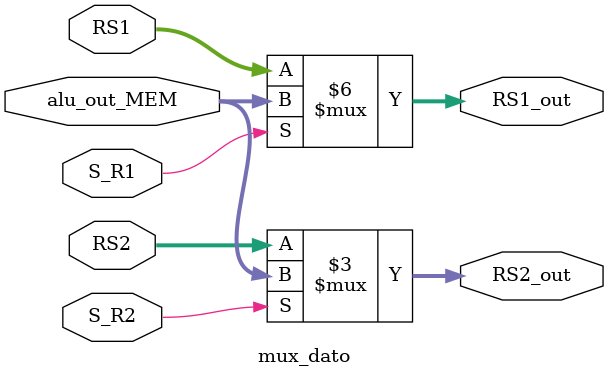
<source format=v>
`timescale 1ns / 1ps

module mux_dato(
	input wire [31:0]RS1, RS2, alu_out_MEM,
	input wire S_R1, S_R2,
	output reg [31:0]RS1_out, RS2_out
    );
	
	always @(*) begin
		if(S_R1)
			RS1_out=alu_out_MEM;
		else
			RS1_out=RS1;
		
		if(S_R2)
			RS2_out=alu_out_MEM;
		else
			RS2_out=RS2;
	end

endmodule
</source>
